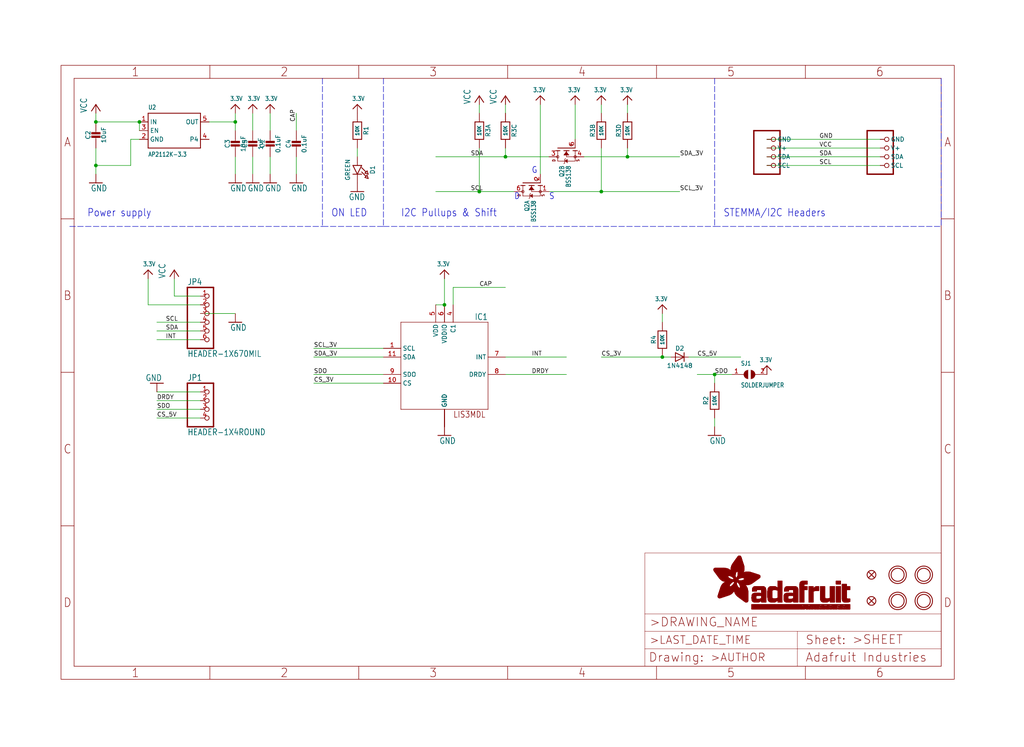
<source format=kicad_sch>
(kicad_sch (version 20211123) (generator eeschema)
  (paper "User" 298.45 217.881)
  (lib_symbols
    (symbol "eagleSchem-eagle-import:3.3V" (power)
      (property "Value" "3.3V" (at -1.524 1.016 0))
      (symbol "3.3V_1_0"
        (pin power_in line (at 0 -2.54 90) (length 2.54) (name "3.3V") (number "1"))
      )
    )
    (symbol "eagleSchem-eagle-import:CAP_CERAMIC0603_NO"
      (property "Reference" "C" (at -2.29 1.25 90))
      (property "Value" "CAP_CERAMIC0603_NO" (at 2.3 1.25 90))
      (symbol "CAP_CERAMIC0603_NO_1_0"
        (pin passive line (at 0 5.08 270) (length 2.54) (name "1") (number "1"))
        (pin passive line (at 0 -2.54 90) (length 2.54) (name "2") (number "2"))
      )
    )
    (symbol "eagleSchem-eagle-import:CAP_CERAMIC0805-NOOUTLINE"
      (property "Reference" "C" (at -2.29 1.25 90))
      (property "Value" "CAP_CERAMIC0805-NOOUTLINE" (at 2.3 1.25 90))
      (symbol "CAP_CERAMIC0805-NOOUTLINE_1_0"
        (pin passive line (at 0 5.08 270) (length 2.54) (name "1") (number "1"))
        (pin passive line (at 0 -2.54 90) (length 2.54) (name "2") (number "2"))
      )
    )
    (symbol "eagleSchem-eagle-import:DIODESOD-323"
      (property "Reference" "D" (at 0 2.54 0))
      (property "Value" "DIODESOD-323" (at 0 -2.5 0))
      (symbol "DIODESOD-323_1_0"
        (pin passive line (at -2.54 0 0) (length 2.54) (name "A") (number "A"))
        (pin passive line (at 2.54 0 180) (length 2.54) (name "C") (number "C"))
      )
    )
    (symbol "eagleSchem-eagle-import:FIDUCIAL_1MM")
    (symbol "eagleSchem-eagle-import:FRAME_A4_ADAFRUIT"
      (symbol "FRAME_A4_ADAFRUIT_1_0"
        (text "1" (at 21.6958 1.905 0) (effects (font (size 2.54 2.286))))
        (text "1" (at 21.6958 177.165 0) (effects (font (size 2.54 2.286))))
        (text "2" (at 65.0875 1.905 0) (effects (font (size 2.54 2.286))))
        (text "2" (at 65.0875 177.165 0) (effects (font (size 2.54 2.286))))
        (text "3" (at 108.4792 1.905 0) (effects (font (size 2.54 2.286))))
        (text "3" (at 108.4792 177.165 0) (effects (font (size 2.54 2.286))))
        (text "4" (at 151.8708 1.905 0) (effects (font (size 2.54 2.286))))
        (text "4" (at 151.8708 177.165 0) (effects (font (size 2.54 2.286))))
        (text "5" (at 195.2625 1.905 0) (effects (font (size 2.54 2.286))))
        (text "5" (at 195.2625 177.165 0) (effects (font (size 2.54 2.286))))
        (text "6" (at 238.6542 1.905 0) (effects (font (size 2.54 2.286))))
        (text "6" (at 238.6542 177.165 0) (effects (font (size 2.54 2.286))))
        (text ">AUTHOR" (at 189.23 5.08 0) (effects (font (size 2.286 2.286)) (justify left bottom)))
        (text ">DRAWING_NAME" (at 171.45 15.24 0) (effects (font (size 2.54 2.54)) (justify left bottom)))
        (text ">LAST_DATE_TIME" (at 171.45 10.16 0) (effects (font (size 2.286 2.286)) (justify left bottom)))
        (text ">SHEET" (at 230.505 10.16 0) (effects (font (size 2.54 2.54)) (justify left bottom)))
        (text "A" (at 1.905 156.6863 0) (effects (font (size 2.54 2.286))))
        (text "A" (at 258.445 156.6863 0) (effects (font (size 2.54 2.286))))
        (text "Adafruit Industries" (at 216.916 4.953 0) (effects (font (size 2.54 2.54)) (justify left bottom)))
        (text "B" (at 1.905 111.9188 0) (effects (font (size 2.54 2.286))))
        (text "B" (at 258.445 111.9188 0) (effects (font (size 2.54 2.286))))
        (text "C" (at 1.905 67.1513 0) (effects (font (size 2.54 2.286))))
        (text "C" (at 258.445 67.1513 0) (effects (font (size 2.54 2.286))))
        (text "D" (at 1.905 22.3838 0) (effects (font (size 2.54 2.286))))
        (text "D" (at 258.445 22.3838 0) (effects (font (size 2.54 2.286))))
        (text "Drawing:" (at 171.196 4.953 0) (effects (font (size 2.54 2.54)) (justify left bottom)))
        (text "Sheet:" (at 216.916 10.033 0) (effects (font (size 2.54 2.54)) (justify left bottom)))
      )
    )
    (symbol "eagleSchem-eagle-import:GND" (power)
      (property "Value" "GND" (at -2.54 -2.54 0))
      (symbol "GND_1_0"
        (pin power_in line (at 0 2.54 270) (length 2.54) (name "GND") (number "1"))
      )
    )
    (symbol "eagleSchem-eagle-import:HEADER-1X4ROUND"
      (property "Reference" "JP" (at -6.35 8.255 0))
      (property "Value" "HEADER-1X4ROUND" (at -6.35 -7.62 0))
      (symbol "HEADER-1X4ROUND_1_0"
        (pin passive inverted (at -2.54 5.08 0) (length 2.54) (name "1") (number "1"))
        (pin passive inverted (at -2.54 2.54 0) (length 2.54) (name "2") (number "2"))
        (pin passive inverted (at -2.54 0 0) (length 2.54) (name "3") (number "3"))
        (pin passive inverted (at -2.54 -2.54 0) (length 2.54) (name "4") (number "4"))
      )
    )
    (symbol "eagleSchem-eagle-import:HEADER-1X670MIL"
      (property "Reference" "JP" (at -6.35 10.795 0))
      (property "Value" "HEADER-1X670MIL" (at -6.35 -10.16 0))
      (symbol "HEADER-1X670MIL_1_0"
        (pin passive inverted (at -2.54 7.62 0) (length 2.54) (name "1") (number "1"))
        (pin passive inverted (at -2.54 5.08 0) (length 2.54) (name "2") (number "2"))
        (pin passive inverted (at -2.54 2.54 0) (length 2.54) (name "3") (number "3"))
        (pin passive inverted (at -2.54 0 0) (length 2.54) (name "4") (number "4"))
        (pin passive inverted (at -2.54 -2.54 0) (length 2.54) (name "5") (number "5"))
        (pin passive inverted (at -2.54 -5.08 0) (length 2.54) (name "6") (number "6"))
      )
    )
    (symbol "eagleSchem-eagle-import:LED0603_NOOUTLINE"
      (property "Reference" "D" (at -1.27 4.445 0))
      (property "Value" "LED0603_NOOUTLINE" (at -1.27 -2.794 0))
      (symbol "LED0603_NOOUTLINE_1_0"
        (pin passive line (at -5.08 0 0) (length 2.54) (name "A") (number "A"))
        (pin passive line (at 2.54 0 180) (length 2.54) (name "C") (number "C"))
      )
    )
    (symbol "eagleSchem-eagle-import:LIS3MDL"
      (property "Reference" "IC" (at 12.7 15.24 0))
      (symbol "LIS3MDL_1_0"
        (text "LIS3MDL" (at 2.54 -15.24 0) (effects (font (size 1.778 1.5113)) (justify left bottom)))
        (pin input line (at -17.78 5.08 0) (length 5.08) (name "SCL") (number "1"))
        (pin input line (at -17.78 -5.08 0) (length 5.08) (name "CS") (number "10"))
        (pin bidirectional line (at -17.78 2.54 0) (length 5.08) (name "SDA") (number "11"))
        (pin power_in line (at 0 -17.78 90) (length 5.08) (name "GND") (number "12"))
        (pin power_in line (at 0 -17.78 90) (length 5.08) (name "GND") (number "2"))
        (pin power_in line (at 0 -17.78 90) (length 5.08) (name "GND") (number "3"))
        (pin input line (at 2.54 17.78 270) (length 5.08) (name "C1") (number "4"))
        (pin power_in line (at -2.54 17.78 270) (length 5.08) (name "VDD") (number "5"))
        (pin power_in line (at 0 17.78 270) (length 5.08) (name "VDDIO") (number "6"))
        (pin output line (at 17.78 2.54 180) (length 5.08) (name "INT") (number "7"))
        (pin output line (at 17.78 -2.54 180) (length 5.08) (name "DRDY") (number "8"))
        (pin bidirectional line (at -17.78 -2.54 0) (length 5.08) (name "SDO") (number "9"))
      )
    )
    (symbol "eagleSchem-eagle-import:MOSFET-N_DUAL"
      (property "Reference" "Q" (at 5.08 0.635 0))
      (property "Value" "MOSFET-N_DUAL" (at 5.08 -1.27 0))
      (symbol "MOSFET-N_DUAL_1_0"
        (text "D" (at 3.175 3.175 0) (effects (font (size 0.8128 0.6908)) (justify left bottom)))
        (text "G" (at -1.27 -1.905 0) (effects (font (size 0.8128 0.6908)) (justify left bottom)))
        (text "S" (at 3.175 -3.81 0) (effects (font (size 0.8128 0.6908)) (justify left bottom)))
        (pin bidirectional line (at 2.54 -5.08 90) (length 2.54) (name "S") (number "1"))
        (pin bidirectional line (at -2.54 -2.54 0) (length 2.54) (name "G") (number "2"))
        (pin bidirectional line (at 2.54 5.08 270) (length 2.54) (name "D") (number "6"))
      )
      (symbol "MOSFET-N_DUAL_2_0"
        (text "D" (at 3.175 3.175 0) (effects (font (size 0.8128 0.6908)) (justify left bottom)))
        (text "G" (at -1.27 -1.905 0) (effects (font (size 0.8128 0.6908)) (justify left bottom)))
        (text "S" (at 3.175 -3.81 0) (effects (font (size 0.8128 0.6908)) (justify left bottom)))
        (pin bidirectional line (at 2.54 5.08 270) (length 2.54) (name "D") (number "3"))
        (pin bidirectional line (at 2.54 -5.08 90) (length 2.54) (name "S") (number "4"))
        (pin bidirectional line (at -2.54 -2.54 0) (length 2.54) (name "G") (number "5"))
      )
    )
    (symbol "eagleSchem-eagle-import:MOUNTINGHOLE2.5")
    (symbol "eagleSchem-eagle-import:RESISTOR_0603_NOOUT"
      (property "Reference" "R" (at 0 2.54 0))
      (property "Value" "RESISTOR_0603_NOOUT" (at 0 0 0))
      (symbol "RESISTOR_0603_NOOUT_1_0"
        (pin passive line (at -5.08 0 0) (length 2.54) (name "1") (number "1"))
        (pin passive line (at 5.08 0 180) (length 2.54) (name "2") (number "2"))
      )
    )
    (symbol "eagleSchem-eagle-import:RESISTOR_4PACK"
      (property "Reference" "R" (at 0 2.54 0))
      (property "Value" "RESISTOR_4PACK" (at 0 0 0))
      (symbol "RESISTOR_4PACK_1_0"
        (pin passive line (at -5.08 0 0) (length 2.54) (name "1") (number "1"))
        (pin passive line (at 5.08 0 180) (length 2.54) (name "2") (number "8"))
      )
      (symbol "RESISTOR_4PACK_2_0"
        (pin passive line (at -5.08 0 0) (length 2.54) (name "1") (number "2"))
        (pin passive line (at 5.08 0 180) (length 2.54) (name "2") (number "7"))
      )
      (symbol "RESISTOR_4PACK_3_0"
        (pin passive line (at -5.08 0 0) (length 2.54) (name "1") (number "3"))
        (pin passive line (at 5.08 0 180) (length 2.54) (name "2") (number "6"))
      )
      (symbol "RESISTOR_4PACK_4_0"
        (pin passive line (at -5.08 0 0) (length 2.54) (name "1") (number "4"))
        (pin passive line (at 5.08 0 180) (length 2.54) (name "2") (number "5"))
      )
    )
    (symbol "eagleSchem-eagle-import:SOLDERJUMPER"
      (property "Reference" "SJ" (at -2.54 2.54 0))
      (property "Value" "SOLDERJUMPER" (at -2.54 -3.81 0))
      (symbol "SOLDERJUMPER_1_0"
        (pin passive line (at -5.08 0 0) (length 2.54) (name "1") (number "1"))
        (pin passive line (at 5.08 0 180) (length 2.54) (name "2") (number "2"))
      )
    )
    (symbol "eagleSchem-eagle-import:STEMMA_I2C_QT"
      (symbol "STEMMA_I2C_QT_1_0"
        (pin passive inverted (at 0 5.08 0) (length 2.54) (name "GND") (number "1"))
        (pin passive inverted (at 0 2.54 0) (length 2.54) (name "V+") (number "2"))
        (pin passive inverted (at 0 0 0) (length 2.54) (name "SDA") (number "3"))
        (pin passive inverted (at 0 -2.54 0) (length 2.54) (name "SCL") (number "4"))
      )
      (symbol "STEMMA_I2C_QT_2_0"
        (pin bidirectional line (at 0 0 0) (length 5.08) (name "MT") (number "MT1"))
      )
      (symbol "STEMMA_I2C_QT_3_0"
        (pin bidirectional line (at 0 0 0) (length 5.08) (name "MT") (number "MT2"))
      )
    )
    (symbol "eagleSchem-eagle-import:VCC" (power)
      (property "Value" "VCC" (at -2.54 -2.54 90))
      (symbol "VCC_1_0"
        (pin power_in line (at 0 -2.54 90) (length 2.54) (name "VCC") (number "1"))
      )
    )
    (symbol "eagleSchem-eagle-import:VREG_SOT23-5"
      (property "Reference" "U" (at -7.62 6.096 0))
      (property "Value" "VREG_SOT23-5" (at -7.62 -7.62 0))
      (symbol "VREG_SOT23-5_1_0"
        (pin power_in line (at -10.16 2.54 0) (length 2.54) (name "IN") (number "1"))
        (pin power_in line (at -10.16 -2.54 0) (length 2.54) (name "GND") (number "2"))
        (pin input line (at -10.16 0 0) (length 2.54) (name "EN") (number "3"))
        (pin bidirectional line (at 10.16 -2.54 180) (length 2.54) (name "P4") (number "4"))
        (pin power_in line (at 10.16 2.54 180) (length 2.54) (name "OUT") (number "5"))
      )
    )
  )
  (junction (at 40.64 35.56))
  (junction (at 193.04 104.14))
  (junction (at 182.88 45.72))
  (junction (at 27.94 35.56))
  (junction (at 27.94 48.26))
  (junction (at 175.26 55.88))
  (junction (at 147.32 45.72))
  (junction (at 208.28 109.22))
  (junction (at 129.54 88.9))
  (junction (at 68.58 35.56))
  (junction (at 139.7 55.88))
  (wire (pts (xy 200.66 104.14) (xy 215.9 104.14)))
  (wire (pts (xy 27.94 48.26) (xy 27.94 50.8)))
  (polyline (pts (xy 208.28 66.04) (xy 274.32 66.04)))
  (wire (pts (xy 256.54 40.64) (xy 223.52 40.64)))
  (wire (pts (xy 132.08 88.9) (xy 132.08 83.82)))
  (polyline (pts (xy 111.76 22.86) (xy 111.76 66.04)))
  (wire (pts (xy 78.74 45.72) (xy 78.74 50.8)))
  (wire (pts (xy 182.88 33.02) (xy 182.88 30.48)))
  (wire (pts (xy 157.48 50.8) (xy 157.48 30.48)))
  (wire (pts (xy 127 88.9) (xy 129.54 88.9)))
  (wire (pts (xy 58.42 86.36) (xy 50.8 86.36)))
  (wire (pts (xy 86.36 45.72) (xy 86.36 50.8)))
  (polyline (pts (xy 208.28 22.86) (xy 208.28 66.04)))
  (wire (pts (xy 58.42 99.06) (xy 45.72 99.06)))
  (wire (pts (xy 38.1 40.64) (xy 38.1 48.26)))
  (wire (pts (xy 193.04 93.98) (xy 193.04 91.44)))
  (wire (pts (xy 68.58 35.56) (xy 68.58 33.02)))
  (wire (pts (xy 58.42 91.44) (xy 68.58 91.44)))
  (wire (pts (xy 58.42 96.52) (xy 45.72 96.52)))
  (wire (pts (xy 208.28 111.76) (xy 208.28 109.22)))
  (wire (pts (xy 38.1 48.26) (xy 27.94 48.26)))
  (polyline (pts (xy 93.98 22.86) (xy 93.98 66.04)))
  (wire (pts (xy 27.94 48.26) (xy 27.94 43.18)))
  (wire (pts (xy 208.28 124.46) (xy 208.28 121.92)))
  (wire (pts (xy 40.64 40.64) (xy 38.1 40.64)))
  (wire (pts (xy 58.42 119.38) (xy 45.72 119.38)))
  (wire (pts (xy 27.94 33.02) (xy 27.94 35.56)))
  (wire (pts (xy 111.76 109.22) (xy 91.44 109.22)))
  (wire (pts (xy 256.54 45.72) (xy 223.52 45.72)))
  (wire (pts (xy 160.02 45.72) (xy 147.32 45.72)))
  (wire (pts (xy 147.32 45.72) (xy 127 45.72)))
  (wire (pts (xy 111.76 111.76) (xy 91.44 111.76)))
  (wire (pts (xy 170.18 45.72) (xy 182.88 45.72)))
  (wire (pts (xy 45.72 114.3) (xy 58.42 114.3)))
  (wire (pts (xy 40.64 35.56) (xy 27.94 35.56)))
  (wire (pts (xy 193.04 104.14) (xy 175.26 104.14)))
  (wire (pts (xy 40.64 38.1) (xy 40.64 35.56)))
  (wire (pts (xy 147.32 104.14) (xy 165.1 104.14)))
  (wire (pts (xy 86.36 33.02) (xy 86.36 38.1)))
  (wire (pts (xy 58.42 121.92) (xy 45.72 121.92)))
  (polyline (pts (xy 20.32 66.04) (xy 93.98 66.04)))
  (wire (pts (xy 60.96 35.56) (xy 68.58 35.56)))
  (wire (pts (xy 50.8 86.36) (xy 50.8 81.28)))
  (wire (pts (xy 91.44 104.14) (xy 111.76 104.14)))
  (wire (pts (xy 139.7 55.88) (xy 127 55.88)))
  (wire (pts (xy 73.66 45.72) (xy 73.66 50.8)))
  (wire (pts (xy 147.32 33.02) (xy 147.32 30.48)))
  (wire (pts (xy 58.42 93.98) (xy 45.72 93.98)))
  (wire (pts (xy 68.58 35.56) (xy 68.58 38.1)))
  (wire (pts (xy 165.1 109.22) (xy 147.32 109.22)))
  (wire (pts (xy 147.32 43.18) (xy 147.32 45.72)))
  (wire (pts (xy 208.28 109.22) (xy 213.36 109.22)))
  (wire (pts (xy 182.88 45.72) (xy 198.12 45.72)))
  (polyline (pts (xy 274.32 22.86) (xy 274.32 66.04)))
  (wire (pts (xy 129.54 88.9) (xy 129.54 81.28)))
  (wire (pts (xy 182.88 43.18) (xy 182.88 45.72)))
  (wire (pts (xy 149.86 55.88) (xy 139.7 55.88)))
  (wire (pts (xy 58.42 88.9) (xy 43.18 88.9)))
  (wire (pts (xy 78.74 33.02) (xy 78.74 38.1)))
  (wire (pts (xy 195.58 104.14) (xy 193.04 104.14)))
  (polyline (pts (xy 93.98 66.04) (xy 111.76 66.04)))
  (wire (pts (xy 167.64 40.64) (xy 167.64 30.48)))
  (wire (pts (xy 223.52 43.18) (xy 256.54 43.18)))
  (wire (pts (xy 58.42 116.84) (xy 45.72 116.84)))
  (wire (pts (xy 139.7 30.48) (xy 139.7 33.02)))
  (wire (pts (xy 104.14 45.72) (xy 104.14 43.18)))
  (wire (pts (xy 132.08 83.82) (xy 147.32 83.82)))
  (wire (pts (xy 175.26 55.88) (xy 198.12 55.88)))
  (wire (pts (xy 73.66 38.1) (xy 73.66 33.02)))
  (wire (pts (xy 208.28 109.22) (xy 203.2 109.22)))
  (polyline (pts (xy 111.76 66.04) (xy 208.28 66.04)))
  (wire (pts (xy 160.02 55.88) (xy 175.26 55.88)))
  (wire (pts (xy 175.26 33.02) (xy 175.26 30.48)))
  (wire (pts (xy 139.7 43.18) (xy 139.7 55.88)))
  (wire (pts (xy 111.76 101.6) (xy 91.44 101.6)))
  (wire (pts (xy 43.18 88.9) (xy 43.18 81.28)))
  (wire (pts (xy 68.58 45.72) (xy 68.58 50.8)))
  (wire (pts (xy 175.26 43.18) (xy 175.26 55.88)))
  (wire (pts (xy 223.52 48.26) (xy 256.54 48.26)))
  (text "I2C Pullups & Shift" (at 116.84 63.5 180) (effects (font (size 2.1844 1.8567)) (justify left bottom)))
  (text "S" (at 160.02 58.42 180) (effects (font (size 1.778 1.5113)) (justify left bottom)))
  (text "G" (at 154.94 50.8 180) (effects (font (size 1.778 1.5113)) (justify left bottom)))
  (text "Power supply" (at 25.4 63.5 180) (effects (font (size 2.1844 1.8567)) (justify left bottom)))
  (text "D" (at 149.86 58.42 180) (effects (font (size 1.778 1.5113)) (justify left bottom)))
  (text "ON LED" (at 96.52 63.5 180) (effects (font (size 2.1844 1.8567)) (justify left bottom)))
  (text "STEMMA/I2C Headers" (at 210.82 63.5 180) (effects (font (size 2.1844 1.8567)) (justify left bottom)))
  (label "SDA_3V" (at 198.12 45.72 0) (effects (font (size 1.2446 1.2446))))
  (label "INT" (at 154.94 104.14 0) (effects (font (size 1.2446 1.2446))))
  (label "CAP" (at 139.7 83.82 0) (effects (font (size 1.2446 1.2446))))
  (label "SDO" (at 91.44 109.22 0) (effects (font (size 1.2446 1.2446))))
  (label "VCC" (at 238.76 43.18 0) (effects (font (size 1.2446 1.2446))))
  (label "SDO" (at 208.28 109.22 0) (effects (font (size 1.2446 1.2446))))
  (label "SCL" (at 238.76 48.26 0) (effects (font (size 1.2446 1.2446))))
  (label "GND" (at 238.76 40.64 0) (effects (font (size 1.2446 1.2446))))
  (label "SDA_3V" (at 91.44 104.14 0) (effects (font (size 1.2446 1.2446))))
  (label "SDA" (at 238.76 45.72 0) (effects (font (size 1.2446 1.2446))))
  (label "SDA" (at 48.26 96.52 0) (effects (font (size 1.2446 1.2446))))
  (label "SCL" (at 137.16 55.88 0) (effects (font (size 1.2446 1.2446))))
  (label "SCL_3V" (at 91.44 101.6 0) (effects (font (size 1.2446 1.2446))))
  (label "SDA" (at 137.16 45.72 0) (effects (font (size 1.2446 1.2446))))
  (label "CS_3V" (at 175.26 104.14 0) (effects (font (size 1.2446 1.2446))))
  (label "CS_5V" (at 45.72 121.92 0) (effects (font (size 1.2446 1.2446))))
  (label "DRDY" (at 154.94 109.22 0) (effects (font (size 1.2446 1.2446))))
  (label "CAP" (at 86.36 35.56 90) (effects (font (size 1.2446 1.2446))))
  (label "CS_5V" (at 203.2 104.14 0) (effects (font (size 1.2446 1.2446))))
  (label "SCL" (at 48.26 93.98 0) (effects (font (size 1.2446 1.2446))))
  (label "CS_3V" (at 91.44 111.76 0) (effects (font (size 1.2446 1.2446))))
  (label "DRDY" (at 45.72 116.84 0) (effects (font (size 1.2446 1.2446))))
  (label "SCL_3V" (at 198.12 55.88 0) (effects (font (size 1.2446 1.2446))))
  (label "SDO" (at 45.72 119.38 0) (effects (font (size 1.2446 1.2446))))
  (label "INT" (at 48.26 99.06 0) (effects (font (size 1.2446 1.2446))))
  (symbol (lib_id "eagleSchem-eagle-import:3.3V") (at 104.14 30.48 0) (unit 1)
    (property "Reference" "#U$3" (effects hide))
    (property "Value" "3.3V" (at 102.616 29.464 0) (effects (font (size 1.27 1.0795)) (justify left bottom)))
    (property "Footprint" "eagleSchem:" (effects hide))
  )
  (symbol (lib_id "eagleSchem-eagle-import:3.3V") (at 223.52 106.68 0) (mirror y) (unit 1)
    (property "Reference" "#U$28" (effects hide))
    (property "Value" "3.3V" (at 225.044 105.664 0) (effects (font (size 1.27 1.0795)) (justify left bottom)))
    (property "Footprint" "eagleSchem:" (effects hide))
  )
  (symbol (lib_id "eagleSchem-eagle-import:CAP_CERAMIC0603_NO") (at 86.36 43.18 0) (unit 1)
    (property "Reference" "C4" (at 84.07 41.93 90))
    (property "Value" "0.1uF" (at 88.66 41.93 90))
    (property "Footprint" "eagleSchem:0603-NO" (effects hide))
  )
  (symbol (lib_id "eagleSchem-eagle-import:GND") (at 129.54 127 0) (unit 1)
    (property "Reference" "#U$2" (effects hide))
    (property "Value" "GND" (at 128.016 129.54 0) (effects (font (size 1.778 1.5113)) (justify left bottom)))
    (property "Footprint" "eagleSchem:" (effects hide))
  )
  (symbol (lib_id "eagleSchem-eagle-import:CAP_CERAMIC0603_NO") (at 78.74 43.18 0) (unit 1)
    (property "Reference" "C1" (at 76.45 41.93 90))
    (property "Value" "0.1uF" (at 81.04 41.93 90))
    (property "Footprint" "eagleSchem:0603-NO" (effects hide))
  )
  (symbol (lib_id "eagleSchem-eagle-import:3.3V") (at 73.66 30.48 0) (unit 1)
    (property "Reference" "#U$22" (effects hide))
    (property "Value" "3.3V" (at 72.136 29.464 0) (effects (font (size 1.27 1.0795)) (justify left bottom)))
    (property "Footprint" "eagleSchem:" (effects hide))
  )
  (symbol (lib_id "eagleSchem-eagle-import:3.3V") (at 78.74 30.48 0) (unit 1)
    (property "Reference" "#U$14" (effects hide))
    (property "Value" "3.3V" (at 77.216 29.464 0) (effects (font (size 1.27 1.0795)) (justify left bottom)))
    (property "Footprint" "eagleSchem:" (effects hide))
  )
  (symbol (lib_id "eagleSchem-eagle-import:3.3V") (at 167.64 27.94 0) (mirror y) (unit 1)
    (property "Reference" "#U$23" (effects hide))
    (property "Value" "3.3V" (at 169.164 26.924 0) (effects (font (size 1.27 1.0795)) (justify left bottom)))
    (property "Footprint" "eagleSchem:" (effects hide))
  )
  (symbol (lib_id "eagleSchem-eagle-import:RESISTOR_0603_NOOUT") (at 208.28 116.84 90) (unit 1)
    (property "Reference" "R2" (at 205.74 116.84 0))
    (property "Value" "10K" (at 208.28 116.84 0) (effects (font (size 1.016 1.016) bold)))
    (property "Footprint" "eagleSchem:0603-NO" (effects hide))
  )
  (symbol (lib_id "eagleSchem-eagle-import:3.3V") (at 43.18 78.74 0) (unit 1)
    (property "Reference" "#U$16" (effects hide))
    (property "Value" "3.3V" (at 41.656 77.724 0) (effects (font (size 1.27 1.0795)) (justify left bottom)))
    (property "Footprint" "eagleSchem:" (effects hide))
  )
  (symbol (lib_id "eagleSchem-eagle-import:GND") (at 68.58 93.98 0) (unit 1)
    (property "Reference" "#U$10" (effects hide))
    (property "Value" "GND" (at 67.056 96.52 0) (effects (font (size 1.778 1.5113)) (justify left bottom)))
    (property "Footprint" "eagleSchem:" (effects hide))
  )
  (symbol (lib_id "eagleSchem-eagle-import:GND") (at 86.36 53.34 0) (unit 1)
    (property "Reference" "#U$9" (effects hide))
    (property "Value" "GND" (at 84.836 55.88 0) (effects (font (size 1.778 1.5113)) (justify left bottom)))
    (property "Footprint" "eagleSchem:" (effects hide))
  )
  (symbol (lib_id "eagleSchem-eagle-import:FRAME_A4_ADAFRUIT") (at 17.78 198.12 0) (unit 1)
    (property "Reference" "#U$18" (effects hide))
    (property "Value" "FRAME_A4_ADAFRUIT" (effects hide))
    (property "Footprint" "eagleSchem:" (effects hide))
  )
  (symbol (lib_id "eagleSchem-eagle-import:CAP_CERAMIC0805-NOOUTLINE") (at 27.94 40.64 0) (unit 1)
    (property "Reference" "C2" (at 25.65 39.39 90))
    (property "Value" "10uF" (at 30.24 39.39 90))
    (property "Footprint" "eagleSchem:0805-NO" (effects hide))
  )
  (symbol (lib_id "eagleSchem-eagle-import:MOSFET-N_DUAL") (at 154.94 53.34 90) (mirror x) (unit 1)
    (property "Reference" "Q2" (at 154.305 58.42 0) (effects (font (size 1.27 1.0795)) (justify left bottom)))
    (property "Value" "BSS138" (at 156.21 58.42 0) (effects (font (size 1.27 1.0795)) (justify left bottom)))
    (property "Footprint" "eagleSchem:SOT363" (effects hide))
  )
  (symbol (lib_id "eagleSchem-eagle-import:RESISTOR_4PACK") (at 147.32 38.1 270) (unit 3)
    (property "Reference" "R3" (at 149.86 38.1 0))
    (property "Value" "10K" (at 147.32 38.1 0) (effects (font (size 1.016 1.016) bold)))
    (property "Footprint" "eagleSchem:RESPACK_4X0603" (effects hide))
  )
  (symbol (lib_id "eagleSchem-eagle-import:CAP_CERAMIC0805-NOOUTLINE") (at 68.58 43.18 0) (unit 1)
    (property "Reference" "C3" (at 66.29 41.93 90))
    (property "Value" "10uF" (at 70.88 41.93 90))
    (property "Footprint" "eagleSchem:0805-NO" (effects hide))
  )
  (symbol (lib_id "eagleSchem-eagle-import:FIDUCIAL_1MM") (at 254 167.64 0) (unit 1)
    (property "Reference" "FID4" (effects hide))
    (property "Value" "FIDUCIAL_1MM" (effects hide))
    (property "Footprint" "eagleSchem:FIDUCIAL_1MM" (effects hide))
  )
  (symbol (lib_id "eagleSchem-eagle-import:3.3V") (at 175.26 27.94 0) (mirror y) (unit 1)
    (property "Reference" "#U$24" (effects hide))
    (property "Value" "3.3V" (at 176.784 26.924 0) (effects (font (size 1.27 1.0795)) (justify left bottom)))
    (property "Footprint" "eagleSchem:" (effects hide))
  )
  (symbol (lib_id "eagleSchem-eagle-import:HEADER-1X4ROUND") (at 60.96 119.38 0) (unit 1)
    (property "Reference" "JP1" (at 54.61 111.125 0) (effects (font (size 1.778 1.5113)) (justify left bottom)))
    (property "Value" "HEADER-1X4ROUND" (at 54.61 127 0) (effects (font (size 1.778 1.5113)) (justify left bottom)))
    (property "Footprint" "eagleSchem:1X04_ROUND" (effects hide))
  )
  (symbol (lib_id "eagleSchem-eagle-import:GND") (at 45.72 111.76 180) (unit 1)
    (property "Reference" "#U$8" (effects hide))
    (property "Value" "GND" (at 47.244 109.22 0) (effects (font (size 1.778 1.5113)) (justify left bottom)))
    (property "Footprint" "eagleSchem:" (effects hide))
  )
  (symbol (lib_id "eagleSchem-eagle-import:DIODESOD-323") (at 198.12 104.14 0) (unit 1)
    (property "Reference" "D2" (at 198.12 101.6 0))
    (property "Value" "1N4148" (at 198.12 106.64 0))
    (property "Footprint" "eagleSchem:SOD-323" (effects hide))
  )
  (symbol (lib_id "eagleSchem-eagle-import:HEADER-1X670MIL") (at 60.96 93.98 0) (unit 1)
    (property "Reference" "JP4" (at 54.61 83.185 0) (effects (font (size 1.778 1.5113)) (justify left bottom)))
    (property "Value" "HEADER-1X670MIL" (at 54.61 104.14 0) (effects (font (size 1.778 1.5113)) (justify left bottom)))
    (property "Footprint" "eagleSchem:1X06_ROUND_70" (effects hide))
  )
  (symbol (lib_id "eagleSchem-eagle-import:SOLDERJUMPER") (at 218.44 109.22 0) (unit 1)
    (property "Reference" "SJ1" (at 215.9 106.68 0) (effects (font (size 1.27 1.0795)) (justify left bottom)))
    (property "Value" "SOLDERJUMPER" (at 215.9 113.03 0) (effects (font (size 1.27 1.0795)) (justify left bottom)))
    (property "Footprint" "eagleSchem:SOLDERJUMPER_ARROW_NOPASTE" (effects hide))
  )
  (symbol (lib_id "eagleSchem-eagle-import:CAP_CERAMIC0603_NO") (at 73.66 43.18 0) (unit 1)
    (property "Reference" "C5" (at 71.37 41.93 90))
    (property "Value" "1uF" (at 75.96 41.93 90))
    (property "Footprint" "eagleSchem:0603-NO" (effects hide))
  )
  (symbol (lib_id "eagleSchem-eagle-import:3.3V") (at 68.58 30.48 0) (unit 1)
    (property "Reference" "#U$15" (effects hide))
    (property "Value" "3.3V" (at 67.056 29.464 0) (effects (font (size 1.27 1.0795)) (justify left bottom)))
    (property "Footprint" "eagleSchem:" (effects hide))
  )
  (symbol (lib_id "eagleSchem-eagle-import:RESISTOR_4PACK") (at 139.7 38.1 270) (unit 1)
    (property "Reference" "R3" (at 142.24 38.1 0))
    (property "Value" "10K" (at 139.7 38.1 0) (effects (font (size 1.016 1.016) bold)))
    (property "Footprint" "eagleSchem:RESPACK_4X0603" (effects hide))
  )
  (symbol (lib_id "eagleSchem-eagle-import:VCC") (at 27.94 30.48 0) (unit 1)
    (property "Reference" "#P+3" (effects hide))
    (property "Value" "VCC" (at 25.4 33.02 90) (effects (font (size 1.778 1.5113)) (justify left bottom)))
    (property "Footprint" "eagleSchem:" (effects hide))
  )
  (symbol (lib_id "eagleSchem-eagle-import:STEMMA_I2C_QT") (at 256.54 45.72 0) (unit 1)
    (property "Reference" "CONN4" (effects hide))
    (property "Value" "STEMMA_I2C_QT" (effects hide))
    (property "Footprint" "eagleSchem:JST_SH4" (effects hide))
  )
  (symbol (lib_id "eagleSchem-eagle-import:3.3V") (at 182.88 27.94 0) (mirror y) (unit 1)
    (property "Reference" "#U$7" (effects hide))
    (property "Value" "3.3V" (at 184.404 26.924 0) (effects (font (size 1.27 1.0795)) (justify left bottom)))
    (property "Footprint" "eagleSchem:" (effects hide))
  )
  (symbol (lib_id "eagleSchem-eagle-import:VREG_SOT23-5") (at 50.8 38.1 0) (unit 1)
    (property "Reference" "U2" (at 43.18 32.004 0) (effects (font (size 1.27 1.0795)) (justify left bottom)))
    (property "Value" "AP2112K-3.3" (at 43.18 45.72 0) (effects (font (size 1.27 1.0795)) (justify left bottom)))
    (property "Footprint" "eagleSchem:SOT23-5" (effects hide))
  )
  (symbol (lib_id "eagleSchem-eagle-import:MOUNTINGHOLE2.5") (at 269.24 167.64 0) (unit 1)
    (property "Reference" "U$19" (effects hide))
    (property "Value" "MOUNTINGHOLE2.5" (effects hide))
    (property "Footprint" "eagleSchem:MOUNTINGHOLE_2.5_PLATED" (effects hide))
  )
  (symbol (lib_id "eagleSchem-eagle-import:GND") (at 68.58 53.34 0) (unit 1)
    (property "Reference" "#U$5" (effects hide))
    (property "Value" "GND" (at 67.056 55.88 0) (effects (font (size 1.778 1.5113)) (justify left bottom)))
    (property "Footprint" "eagleSchem:" (effects hide))
  )
  (symbol (lib_id "eagleSchem-eagle-import:MOUNTINGHOLE2.5") (at 269.24 175.26 0) (unit 1)
    (property "Reference" "U$21" (effects hide))
    (property "Value" "MOUNTINGHOLE2.5" (effects hide))
    (property "Footprint" "eagleSchem:MOUNTINGHOLE_2.5_PLATED" (effects hide))
  )
  (symbol (lib_id "eagleSchem-eagle-import:RESISTOR_0603_NOOUT") (at 104.14 38.1 270) (unit 1)
    (property "Reference" "R1" (at 106.68 38.1 0))
    (property "Value" "10K" (at 104.14 38.1 0) (effects (font (size 1.016 1.016) bold)))
    (property "Footprint" "eagleSchem:0603-NO" (effects hide))
  )
  (symbol (lib_id "eagleSchem-eagle-import:LIS3MDL") (at 129.54 106.68 0) (unit 1)
    (property "Reference" "IC1" (at 142.24 91.44 0) (effects (font (size 1.778 1.5113)) (justify right top)))
    (property "Value" "LIS3MDL" (effects hide))
    (property "Footprint" "eagleSchem:LGA12_2X2MM" (effects hide))
  )
  (symbol (lib_id "eagleSchem-eagle-import:VCC") (at 139.7 27.94 0) (unit 1)
    (property "Reference" "#P+1" (effects hide))
    (property "Value" "VCC" (at 137.16 30.48 90) (effects (font (size 1.778 1.5113)) (justify left bottom)))
    (property "Footprint" "eagleSchem:" (effects hide))
  )
  (symbol (lib_id "eagleSchem-eagle-import:GND") (at 104.14 55.88 0) (unit 1)
    (property "Reference" "#GND6" (effects hide))
    (property "Value" "GND" (at 101.6 58.42 0) (effects (font (size 1.778 1.5113)) (justify left bottom)))
    (property "Footprint" "eagleSchem:" (effects hide))
  )
  (symbol (lib_id "eagleSchem-eagle-import:VCC") (at 147.32 27.94 0) (unit 1)
    (property "Reference" "#P+2" (effects hide))
    (property "Value" "VCC" (at 144.78 30.48 90) (effects (font (size 1.778 1.5113)) (justify left bottom)))
    (property "Footprint" "eagleSchem:" (effects hide))
  )
  (symbol (lib_id "eagleSchem-eagle-import:MOUNTINGHOLE2.5") (at 261.62 167.64 0) (unit 1)
    (property "Reference" "U$17" (effects hide))
    (property "Value" "MOUNTINGHOLE2.5" (effects hide))
    (property "Footprint" "eagleSchem:MOUNTINGHOLE_2.5_PLATED" (effects hide))
  )
  (symbol (lib_id "eagleSchem-eagle-import:RESISTOR_4PACK") (at 182.88 38.1 90) (mirror x) (unit 4)
    (property "Reference" "R3" (at 180.34 38.1 0))
    (property "Value" "10K" (at 182.88 38.1 0) (effects (font (size 1.016 1.016) bold)))
    (property "Footprint" "eagleSchem:RESPACK_4X0603" (effects hide))
  )
  (symbol (lib_id "eagleSchem-eagle-import:3.3V") (at 193.04 88.9 0) (mirror y) (unit 1)
    (property "Reference" "#U$12" (effects hide))
    (property "Value" "3.3V" (at 194.564 87.884 0) (effects (font (size 1.27 1.0795)) (justify left bottom)))
    (property "Footprint" "eagleSchem:" (effects hide))
  )
  (symbol (lib_id "eagleSchem-eagle-import:GND") (at 78.74 53.34 0) (unit 1)
    (property "Reference" "#U$6" (effects hide))
    (property "Value" "GND" (at 77.216 55.88 0) (effects (font (size 1.778 1.5113)) (justify left bottom)))
    (property "Footprint" "eagleSchem:" (effects hide))
  )
  (symbol (lib_id "eagleSchem-eagle-import:GND") (at 73.66 53.34 0) (unit 1)
    (property "Reference" "#U$27" (effects hide))
    (property "Value" "GND" (at 72.136 55.88 0) (effects (font (size 1.778 1.5113)) (justify left bottom)))
    (property "Footprint" "eagleSchem:" (effects hide))
  )
  (symbol (lib_id "eagleSchem-eagle-import:LED0603_NOOUTLINE") (at 104.14 50.8 270) (unit 1)
    (property "Reference" "D1" (at 108.585 49.53 0))
    (property "Value" "GREEN" (at 101.346 49.53 0))
    (property "Footprint" "eagleSchem:CHIPLED_0603_NOOUTLINE" (effects hide))
  )
  (symbol (lib_id "eagleSchem-eagle-import:3.3V") (at 129.54 78.74 0) (mirror y) (unit 1)
    (property "Reference" "#U$4" (effects hide))
    (property "Value" "3.3V" (at 131.064 77.724 0) (effects (font (size 1.27 1.0795)) (justify left bottom)))
    (property "Footprint" "eagleSchem:" (effects hide))
  )
  (symbol (lib_id "eagleSchem-eagle-import:MOUNTINGHOLE2.5") (at 261.62 175.26 0) (unit 1)
    (property "Reference" "U$1" (effects hide))
    (property "Value" "MOUNTINGHOLE2.5" (effects hide))
    (property "Footprint" "eagleSchem:MOUNTINGHOLE_2.5_PLATED" (effects hide))
  )
  (symbol (lib_id "eagleSchem-eagle-import:3.3V") (at 157.48 27.94 0) (mirror y) (unit 1)
    (property "Reference" "#U$26" (effects hide))
    (property "Value" "3.3V" (at 159.004 26.924 0) (effects (font (size 1.27 1.0795)) (justify left bottom)))
    (property "Footprint" "eagleSchem:" (effects hide))
  )
  (symbol (lib_id "eagleSchem-eagle-import:GND") (at 27.94 53.34 0) (unit 1)
    (property "Reference" "#U$13" (effects hide))
    (property "Value" "GND" (at 26.416 55.88 0) (effects (font (size 1.778 1.5113)) (justify left bottom)))
    (property "Footprint" "eagleSchem:" (effects hide))
  )
  (symbol (lib_id "eagleSchem-eagle-import:RESISTOR_0603_NOOUT") (at 193.04 99.06 90) (unit 1)
    (property "Reference" "R4" (at 190.5 99.06 0))
    (property "Value" "10K" (at 193.04 99.06 0) (effects (font (size 1.016 1.016) bold)))
    (property "Footprint" "eagleSchem:0603-NO" (effects hide))
  )
  (symbol (lib_id "eagleSchem-eagle-import:RESISTOR_4PACK") (at 175.26 38.1 90) (mirror x) (unit 2)
    (property "Reference" "R3" (at 172.72 38.1 0))
    (property "Value" "10K" (at 175.26 38.1 0) (effects (font (size 1.016 1.016) bold)))
    (property "Footprint" "eagleSchem:RESPACK_4X0603" (effects hide))
  )
  (symbol (lib_id "eagleSchem-eagle-import:FIDUCIAL_1MM") (at 254 175.26 0) (unit 1)
    (property "Reference" "FID3" (effects hide))
    (property "Value" "FIDUCIAL_1MM" (effects hide))
    (property "Footprint" "eagleSchem:FIDUCIAL_1MM" (effects hide))
  )
  (symbol (lib_id "eagleSchem-eagle-import:STEMMA_I2C_QT") (at 223.52 45.72 0) (unit 1)
    (property "Reference" "CONN3" (effects hide))
    (property "Value" "STEMMA_I2C_QT" (effects hide))
    (property "Footprint" "eagleSchem:JST_SH4" (effects hide))
  )
  (symbol (lib_id "eagleSchem-eagle-import:MOSFET-N_DUAL") (at 165.1 43.18 90) (mirror x) (unit 2)
    (property "Reference" "Q2" (at 164.465 48.26 0) (effects (font (size 1.27 1.0795)) (justify left bottom)))
    (property "Value" "BSS138" (at 166.37 48.26 0) (effects (font (size 1.27 1.0795)) (justify left bottom)))
    (property "Footprint" "eagleSchem:SOT363" (effects hide))
  )
  (symbol (lib_id "eagleSchem-eagle-import:VCC") (at 50.8 78.74 0) (unit 1)
    (property "Reference" "#P+4" (effects hide))
    (property "Value" "VCC" (at 48.26 81.28 90) (effects (font (size 1.778 1.5113)) (justify left bottom)))
    (property "Footprint" "eagleSchem:" (effects hide))
  )
  (symbol (lib_id "eagleSchem-eagle-import:GND") (at 208.28 127 0) (unit 1)
    (property "Reference" "#U$20" (effects hide))
    (property "Value" "GND" (at 206.756 129.54 0) (effects (font (size 1.778 1.5113)) (justify left bottom)))
    (property "Footprint" "eagleSchem:" (effects hide))
  )
)
</source>
